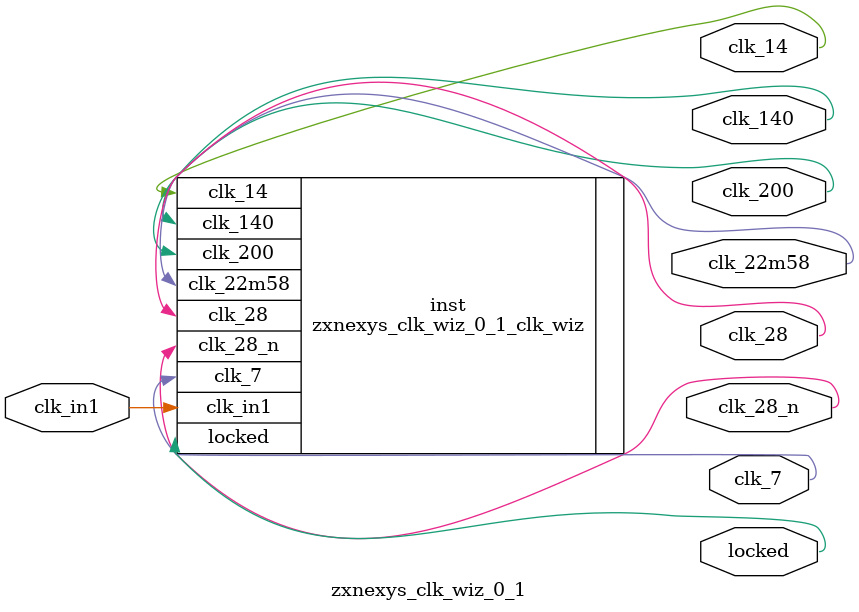
<source format=v>


`timescale 1ps/1ps

(* CORE_GENERATION_INFO = "zxnexys_clk_wiz_0_1,clk_wiz_v6_0_9_0_0,{component_name=zxnexys_clk_wiz_0_1,use_phase_alignment=true,use_min_o_jitter=false,use_max_i_jitter=false,use_dyn_phase_shift=false,use_inclk_switchover=false,use_dyn_reconfig=false,enable_axi=0,feedback_source=FDBK_AUTO,PRIMITIVE=MMCM,num_out_clk=7,clkin1_period=10.000,clkin2_period=10.000,use_power_down=false,use_reset=false,use_locked=true,use_inclk_stopped=false,feedback_type=SINGLE,CLOCK_MGR_TYPE=NA,manual_override=false}" *)

module zxnexys_clk_wiz_0_1 
 (
  // Clock out ports
  output        clk_200,
  output        clk_140,
  output        clk_28_n,
  output        clk_28,
  output        clk_22m58,
  output        clk_14,
  output        clk_7,
  // Status and control signals
  output        locked,
 // Clock in ports
  input         clk_in1
 );

  zxnexys_clk_wiz_0_1_clk_wiz inst
  (
  // Clock out ports  
  .clk_200(clk_200),
  .clk_140(clk_140),
  .clk_28_n(clk_28_n),
  .clk_28(clk_28),
  .clk_22m58(clk_22m58),
  .clk_14(clk_14),
  .clk_7(clk_7),
  // Status and control signals               
  .locked(locked),
 // Clock in ports
  .clk_in1(clk_in1)
  );

endmodule

</source>
